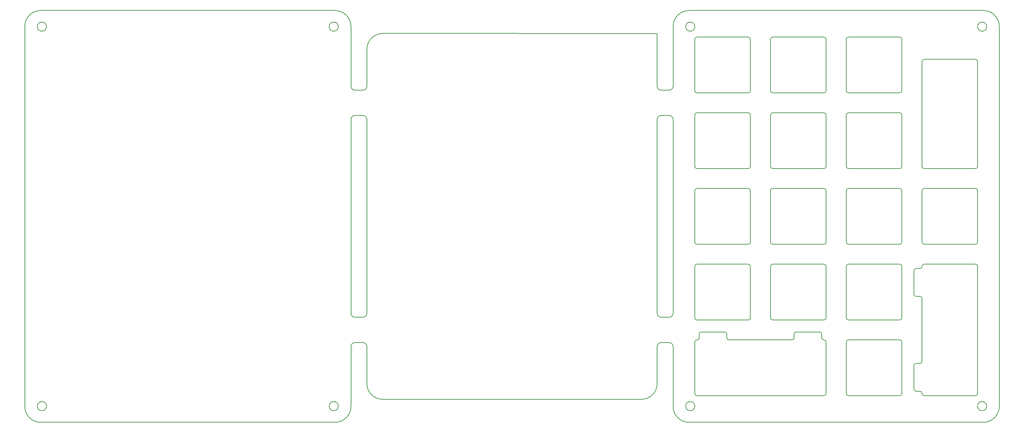
<source format=gm1>
G04 #@! TF.GenerationSoftware,KiCad,Pcbnew,(5.1.4)-1*
G04 #@! TF.CreationDate,2021-07-20T11:20:00+01:00*
G04 #@! TF.ProjectId,AleeMacro,416c6565-4d61-4637-926f-2e6b69636164,rev?*
G04 #@! TF.SameCoordinates,Original*
G04 #@! TF.FileFunction,Profile,NP*
%FSLAX46Y46*%
G04 Gerber Fmt 4.6, Leading zero omitted, Abs format (unit mm)*
G04 Created by KiCad (PCBNEW (5.1.4)-1) date 2021-07-20 11:20:00*
%MOMM*%
%LPD*%
G04 APERTURE LIST*
%ADD10C,0.200000*%
G04 APERTURE END LIST*
D10*
X245927750Y-65168750D02*
G75*
G02X246427750Y-65668750I0J-500000D01*
G01*
X232427750Y-103768750D02*
G75*
G02X232927750Y-103268750I500000J0D01*
G01*
X194327750Y-46618750D02*
G75*
G02X194827750Y-46118750I500000J0D01*
G01*
X265477750Y-97718750D02*
X265477750Y-84718750D01*
X265477750Y-97718750D02*
G75*
G02X264977750Y-98218750I-500000J0D01*
G01*
X194327750Y-46618750D02*
X194327750Y-59618750D01*
X232927750Y-79168750D02*
G75*
G02X232427750Y-78668750I0J500000D01*
G01*
X245927750Y-103268750D02*
X232927750Y-103268750D01*
X251977750Y-98218750D02*
X264977750Y-98218750D01*
X251977750Y-98218750D02*
G75*
G02X251477750Y-97718750I0J500000D01*
G01*
X246427750Y-97718750D02*
X246427750Y-84718750D01*
X227377750Y-78668750D02*
G75*
G02X226877750Y-79168750I-500000J0D01*
G01*
X251477750Y-84718750D02*
G75*
G02X251977750Y-84218750I500000J0D01*
G01*
X246427750Y-97718750D02*
G75*
G02X245927750Y-98218750I-500000J0D01*
G01*
X232927750Y-98218750D02*
X245927750Y-98218750D01*
X232427750Y-84718750D02*
G75*
G02X232927750Y-84218750I500000J0D01*
G01*
X226877750Y-65168750D02*
X213877750Y-65168750D01*
X194827750Y-60118750D02*
X207827750Y-60118750D01*
X245927750Y-84218750D02*
G75*
G02X246427750Y-84718750I0J-500000D01*
G01*
X227377750Y-78668750D02*
X227377750Y-65668750D01*
X264977750Y-84218750D02*
G75*
G02X265477750Y-84718750I0J-500000D01*
G01*
X213377750Y-65668750D02*
G75*
G02X213877750Y-65168750I500000J0D01*
G01*
X213877750Y-79168750D02*
X226877750Y-79168750D01*
X213377750Y-65668750D02*
X213377750Y-78668750D01*
X245927750Y-103268750D02*
G75*
G02X246427750Y-103768750I0J-500000D01*
G01*
X207827750Y-46118750D02*
G75*
G02X208327750Y-46618750I0J-500000D01*
G01*
X232427750Y-84718750D02*
X232427750Y-97718750D01*
X208327750Y-59618750D02*
G75*
G02X207827750Y-60118750I-500000J0D01*
G01*
X251477750Y-84718750D02*
X251477750Y-97718750D01*
X232927750Y-79168750D02*
X245927750Y-79168750D01*
X226877750Y-65168750D02*
G75*
G02X227377750Y-65668750I0J-500000D01*
G01*
X207827750Y-46118750D02*
X194827750Y-46118750D01*
X245927750Y-122318750D02*
X232927750Y-122318750D01*
X246427750Y-116768750D02*
X246427750Y-103768750D01*
X246427750Y-78668750D02*
X246427750Y-65668750D01*
X246427750Y-116768750D02*
G75*
G02X245927750Y-117268750I-500000J0D01*
G01*
X264977750Y-84218750D02*
X251977750Y-84218750D01*
X245927750Y-84218750D02*
X232927750Y-84218750D01*
X213877750Y-79168750D02*
G75*
G02X213377750Y-78668750I0J500000D01*
G01*
X246427750Y-78668750D02*
G75*
G02X245927750Y-79168750I-500000J0D01*
G01*
X232927750Y-117268750D02*
X245927750Y-117268750D01*
X194827750Y-60118750D02*
G75*
G02X194327750Y-59618750I0J500000D01*
G01*
X208327750Y-59618750D02*
X208327750Y-46618750D01*
X232927750Y-98218750D02*
G75*
G02X232427750Y-97718750I0J500000D01*
G01*
X232927750Y-117268750D02*
G75*
G02X232427750Y-116768750I0J500000D01*
G01*
X232427750Y-103768750D02*
X232427750Y-116768750D01*
X213877750Y-60118750D02*
G75*
G02X213377750Y-59618750I0J500000D01*
G01*
X194327750Y-84718750D02*
G75*
G02X194827750Y-84218750I500000J0D01*
G01*
X226877750Y-84218750D02*
G75*
G02X227377750Y-84718750I0J-500000D01*
G01*
X227377750Y-97718750D02*
G75*
G02X226877750Y-98218750I-500000J0D01*
G01*
X213377750Y-84718750D02*
X213377750Y-97718750D01*
X245927750Y-122318750D02*
G75*
G02X246427750Y-122818750I0J-500000D01*
G01*
X213877750Y-98218750D02*
X226877750Y-98218750D01*
X213377750Y-46618750D02*
G75*
G02X213877750Y-46118750I500000J0D01*
G01*
X226877750Y-84218750D02*
X213877750Y-84218750D01*
X227377750Y-59618750D02*
X227377750Y-46618750D01*
X208327750Y-97718750D02*
X208327750Y-84718750D01*
X194827750Y-65168750D02*
X207827750Y-65168750D01*
X208327750Y-78668750D02*
G75*
G02X207827750Y-79168750I-500000J0D01*
G01*
X208327750Y-65668750D02*
X208327750Y-78668750D01*
X246427750Y-135818750D02*
G75*
G02X245927750Y-136318750I-500000J0D01*
G01*
X227377750Y-59618750D02*
G75*
G02X226877750Y-60118750I-500000J0D01*
G01*
X213877750Y-60118750D02*
X226877750Y-60118750D01*
X232927750Y-136318750D02*
X245927750Y-136318750D01*
X207827750Y-65168750D02*
G75*
G02X208327750Y-65668750I0J-500000D01*
G01*
X213377750Y-46618750D02*
X213377750Y-59618750D01*
X194827750Y-79168750D02*
G75*
G02X194327750Y-78668750I0J500000D01*
G01*
X232427750Y-122818750D02*
G75*
G02X232927750Y-122318750I500000J0D01*
G01*
X207827750Y-84218750D02*
G75*
G02X208327750Y-84718750I0J-500000D01*
G01*
X207827750Y-84218750D02*
X194827750Y-84218750D01*
X207827750Y-79168750D02*
X194827750Y-79168750D01*
X194327750Y-78668750D02*
X194327750Y-65668750D01*
X246427750Y-135818750D02*
X246427750Y-122818750D01*
X232427750Y-122818750D02*
X232427750Y-135818750D01*
X213877750Y-98218750D02*
G75*
G02X213377750Y-97718750I0J500000D01*
G01*
X226877750Y-46118750D02*
G75*
G02X227377750Y-46618750I0J-500000D01*
G01*
X194827750Y-98218750D02*
G75*
G02X194327750Y-97718750I0J500000D01*
G01*
X208327750Y-97718750D02*
G75*
G02X207827750Y-98218750I-500000J0D01*
G01*
X194327750Y-65668750D02*
G75*
G02X194827750Y-65168750I500000J0D01*
G01*
X194827750Y-98218750D02*
X207827750Y-98218750D01*
X232927750Y-136318750D02*
G75*
G02X232427750Y-135818750I0J500000D01*
G01*
X227377750Y-97718750D02*
X227377750Y-84718750D01*
X194327750Y-84718750D02*
X194327750Y-97718750D01*
X213377750Y-84718750D02*
G75*
G02X213877750Y-84218750I500000J0D01*
G01*
X226877750Y-46118750D02*
X213877750Y-46118750D01*
X264977750Y-103268750D02*
G75*
G02X265477750Y-103768750I0J-500000D01*
G01*
X265477750Y-135818750D02*
G75*
G02X264977750Y-136318750I-500000J0D01*
G01*
X202914750Y-122318750D02*
G75*
G02X202414750Y-121818750I0J500000D01*
G01*
X251477750Y-135731750D02*
X251477750Y-135818750D01*
X250977750Y-135231750D02*
G75*
G02X251477750Y-135731750I0J-500000D01*
G01*
X251977750Y-136318750D02*
G75*
G02X251477750Y-135818750I0J500000D01*
G01*
X251477750Y-103768750D02*
X251477750Y-103855750D01*
X251477750Y-103768750D02*
G75*
G02X251977750Y-103268750I500000J0D01*
G01*
X265477750Y-135818750D02*
X265477750Y-103768750D01*
X264977750Y-103268750D02*
X251977750Y-103268750D01*
X251977750Y-136318750D02*
X264977750Y-136318750D01*
X225790750Y-120318750D02*
G75*
G02X226290750Y-120818750I0J-500000D01*
G01*
X226877750Y-122318750D02*
X226790750Y-122318750D01*
X219290750Y-121818750D02*
G75*
G02X218790750Y-122318750I-500000J0D01*
G01*
X219290750Y-120818750D02*
X219290750Y-121818750D01*
X226790750Y-122318750D02*
G75*
G02X226290750Y-121818750I0J500000D01*
G01*
X227377750Y-135818750D02*
X227377750Y-122818750D01*
X219290750Y-120818750D02*
G75*
G02X219790750Y-120318750I500000J0D01*
G01*
X226290750Y-121818750D02*
X226290750Y-120818750D01*
X226877750Y-122318750D02*
G75*
G02X227377750Y-122818750I0J-500000D01*
G01*
X225790750Y-120318750D02*
X219790750Y-120318750D01*
X227377750Y-135818750D02*
G75*
G02X226877750Y-136318750I-500000J0D01*
G01*
X251477750Y-52293750D02*
X251477750Y-78668750D01*
X251977750Y-79168750D02*
G75*
G02X251477750Y-78668750I0J500000D01*
G01*
X265477750Y-78668750D02*
X265477750Y-52206750D01*
X265477750Y-78668750D02*
G75*
G02X264977750Y-79168750I-500000J0D01*
G01*
X251477750Y-52206750D02*
G75*
G02X251977750Y-51706750I500000J0D01*
G01*
X249477750Y-104855750D02*
G75*
G02X249977750Y-104355750I500000J0D01*
G01*
X250977750Y-104355750D02*
X249977750Y-104355750D01*
X251477750Y-103855750D02*
G75*
G02X250977750Y-104355750I-500000J0D01*
G01*
X251477750Y-52206750D02*
X251477750Y-52293750D01*
X264977750Y-51706750D02*
X251977750Y-51706750D01*
X264977750Y-51706750D02*
G75*
G02X265477750Y-52206750I0J-500000D01*
G01*
X251977750Y-79168750D02*
X264977750Y-79168750D01*
X201914750Y-120318750D02*
G75*
G02X202414750Y-120818750I0J-500000D01*
G01*
X195414750Y-120818750D02*
G75*
G02X195914750Y-120318750I500000J0D01*
G01*
X202414750Y-121818750D02*
X202414750Y-120818750D01*
X194327750Y-122818750D02*
G75*
G02X194827750Y-122318750I500000J0D01*
G01*
X194827750Y-136318750D02*
X226877750Y-136318750D01*
X194827750Y-136318750D02*
G75*
G02X194327750Y-135818750I0J500000D01*
G01*
X194327750Y-122818750D02*
X194327750Y-135818750D01*
X194914750Y-122318750D02*
X194827750Y-122318750D01*
X195414750Y-121818750D02*
G75*
G02X194914750Y-122318750I-500000J0D01*
G01*
X201914750Y-120318750D02*
X195914750Y-120318750D01*
X195414750Y-120818750D02*
X195414750Y-121818750D01*
X188882750Y-139033750D02*
X188882750Y-123968750D01*
X184882750Y-45243750D02*
X184882750Y-58468750D01*
X185882750Y-59468750D02*
G75*
G02X184882750Y-58468750I0J1000000D01*
G01*
X184882750Y-123968750D02*
G75*
G02X185882750Y-122968750I1000000J0D01*
G01*
X187882750Y-122968750D02*
G75*
G02X188882750Y-123968750I0J-1000000D01*
G01*
X188882750Y-58468750D02*
G75*
G02X187882750Y-59468750I-1000000J0D01*
G01*
X266922750Y-39403750D02*
G75*
G02X270922750Y-43403750I0J-4000000D01*
G01*
X185882750Y-59468750D02*
X187882750Y-59468750D01*
X180882750Y-137256250D02*
X115857750Y-137256250D01*
X218790750Y-122318750D02*
X202914750Y-122318750D01*
X184882750Y-123968750D02*
X184882750Y-133256250D01*
X187882750Y-122968750D02*
X185882750Y-122968750D01*
X192882750Y-143033750D02*
G75*
G02X188882750Y-139033750I0J4000000D01*
G01*
X270922750Y-43403750D02*
X270922750Y-139033750D01*
X188882750Y-43403750D02*
G75*
G02X192882750Y-39403750I4000000J0D01*
G01*
X184882750Y-133256250D02*
G75*
G02X180882750Y-137256250I-4000000J0D01*
G01*
X266922750Y-143033750D02*
X192882750Y-143033750D01*
X188882750Y-58468750D02*
X188882750Y-43403750D01*
X192882750Y-39403750D02*
X266922750Y-39403750D01*
X270922750Y-139033750D02*
G75*
G02X266922750Y-143033750I-4000000J0D01*
G01*
X115857750Y-45181250D02*
X184882750Y-45243750D01*
X111857750Y-49181250D02*
G75*
G02X115857750Y-45181250I4000000J0D01*
G01*
X213877750Y-117268750D02*
G75*
G02X213377750Y-116768750I0J500000D01*
G01*
X213877750Y-117268750D02*
X226877750Y-117268750D01*
X208327750Y-116768750D02*
X208327750Y-103768750D01*
X232927750Y-60118750D02*
G75*
G02X232427750Y-59618750I0J500000D01*
G01*
X194827750Y-117268750D02*
X207827750Y-117268750D01*
X245927750Y-60118750D02*
X232927750Y-60118750D01*
X227377750Y-116768750D02*
G75*
G02X226877750Y-117268750I-500000J0D01*
G01*
X208327750Y-116768750D02*
G75*
G02X207827750Y-117268750I-500000J0D01*
G01*
X207827750Y-103268750D02*
X194827750Y-103268750D01*
X232427750Y-59618750D02*
X232427750Y-46618750D01*
X246427750Y-59618750D02*
G75*
G02X245927750Y-60118750I-500000J0D01*
G01*
X213377750Y-103768750D02*
X213377750Y-116768750D01*
X194327750Y-103768750D02*
X194327750Y-116768750D01*
X207827750Y-103268750D02*
G75*
G02X208327750Y-103768750I0J-500000D01*
G01*
X194327750Y-103768750D02*
G75*
G02X194827750Y-103268750I500000J0D01*
G01*
X232427750Y-65668750D02*
X232427750Y-78668750D01*
X213377750Y-103768750D02*
G75*
G02X213877750Y-103268750I500000J0D01*
G01*
X232427750Y-65668750D02*
G75*
G02X232927750Y-65168750I500000J0D01*
G01*
X226877750Y-103268750D02*
X213877750Y-103268750D01*
X245927750Y-65168750D02*
X232927750Y-65168750D01*
X226877750Y-103268750D02*
G75*
G02X227377750Y-103768750I0J-500000D01*
G01*
X227377750Y-116768750D02*
X227377750Y-103768750D01*
X194827750Y-117268750D02*
G75*
G02X194327750Y-116768750I0J500000D01*
G01*
X251477750Y-111855750D02*
X251477750Y-127731750D01*
X250977750Y-111355750D02*
G75*
G02X251477750Y-111855750I0J-500000D01*
G01*
X249477750Y-104855750D02*
X249477750Y-110855750D01*
X249977750Y-135231750D02*
X250977750Y-135231750D01*
X249977750Y-135231750D02*
G75*
G02X249477750Y-134731750I0J500000D01*
G01*
X249477750Y-128731750D02*
X249477750Y-134731750D01*
X249477750Y-128731750D02*
G75*
G02X249977750Y-128231750I500000J0D01*
G01*
X250977750Y-128231750D02*
X249977750Y-128231750D01*
X251477750Y-127731750D02*
G75*
G02X250977750Y-128231750I-500000J0D01*
G01*
X249977750Y-111355750D02*
X250977750Y-111355750D01*
X249977750Y-111355750D02*
G75*
G02X249477750Y-110855750I0J500000D01*
G01*
X115857750Y-137256250D02*
G75*
G02X111857750Y-133256250I0J4000000D01*
G01*
X111857750Y-133256250D02*
X111857750Y-123968750D01*
X111857750Y-58468750D02*
G75*
G02X110857750Y-59468750I-1000000J0D01*
G01*
X184882750Y-66818750D02*
X184882750Y-115618750D01*
X184882750Y-66818750D02*
G75*
G02X185882750Y-65818750I1000000J0D01*
G01*
X108857750Y-59468750D02*
G75*
G02X107857750Y-58468750I0J1000000D01*
G01*
X110857750Y-122968750D02*
G75*
G02X111857750Y-123968750I0J-1000000D01*
G01*
X107857750Y-43403750D02*
X107857750Y-58468750D01*
X29817750Y-39403750D02*
X103857750Y-39403750D01*
X187882750Y-65818750D02*
X185882750Y-65818750D01*
X107857750Y-123968750D02*
X107857750Y-139033750D01*
X25817750Y-139033750D02*
X25817750Y-43403750D01*
X107857750Y-139033750D02*
G75*
G02X103857750Y-143033750I-4000000J0D01*
G01*
X110857750Y-122968750D02*
X108857750Y-122968750D01*
X103857750Y-143033750D02*
X29817750Y-143033750D01*
X111857750Y-58468750D02*
X111857750Y-49181250D01*
X29817750Y-143033750D02*
G75*
G02X25817750Y-139033750I0J4000000D01*
G01*
X103857750Y-39403750D02*
G75*
G02X107857750Y-43403750I0J-4000000D01*
G01*
X108857750Y-59468750D02*
X110857750Y-59468750D01*
X187882750Y-65818750D02*
G75*
G02X188882750Y-66818750I0J-1000000D01*
G01*
X25817750Y-43403750D02*
G75*
G02X29817750Y-39403750I4000000J0D01*
G01*
X188882750Y-115618750D02*
X188882750Y-66818750D01*
X107857750Y-123968750D02*
G75*
G02X108857750Y-122968750I1000000J0D01*
G01*
X245927750Y-46118750D02*
G75*
G02X246427750Y-46618750I0J-500000D01*
G01*
X232927750Y-46118750D02*
X245927750Y-46118750D01*
X111857750Y-115618750D02*
X111857750Y-66818750D01*
X108857750Y-116618750D02*
X110857750Y-116618750D01*
X267754750Y-138969750D02*
G75*
G03X267754750Y-138969750I-1150000J0D01*
G01*
X232427750Y-46618750D02*
G75*
G02X232927750Y-46118750I500000J0D01*
G01*
X194348750Y-43465750D02*
G75*
G03X194348750Y-43465750I-1150000J0D01*
G01*
X104686750Y-138969750D02*
G75*
G03X104686750Y-138969750I-1150000J0D01*
G01*
X107857750Y-66818750D02*
G75*
G02X108857750Y-65818750I1000000J0D01*
G01*
X31280750Y-43465750D02*
G75*
G03X31280750Y-43465750I-1150000J0D01*
G01*
X107857750Y-66818750D02*
X107857750Y-115618750D01*
X104686750Y-43465750D02*
G75*
G03X104686750Y-43465750I-1150000J0D01*
G01*
X110857750Y-65818750D02*
X108857750Y-65818750D01*
X194348750Y-138969750D02*
G75*
G03X194348750Y-138969750I-1150000J0D01*
G01*
X267754750Y-43465750D02*
G75*
G03X267754750Y-43465750I-1150000J0D01*
G01*
X31280750Y-138969750D02*
G75*
G03X31280750Y-138969750I-1150000J0D01*
G01*
X110857750Y-65818750D02*
G75*
G02X111857750Y-66818750I0J-1000000D01*
G01*
X111857750Y-115618750D02*
G75*
G02X110857750Y-116618750I-1000000J0D01*
G01*
X185882750Y-116618750D02*
X187882750Y-116618750D01*
X188882750Y-115618750D02*
G75*
G02X187882750Y-116618750I-1000000J0D01*
G01*
X185882750Y-116618750D02*
G75*
G02X184882750Y-115618750I0J1000000D01*
G01*
X246427750Y-46618750D02*
X246427750Y-59618750D01*
X108857750Y-116618750D02*
G75*
G02X107857750Y-115618750I0J1000000D01*
G01*
M02*

</source>
